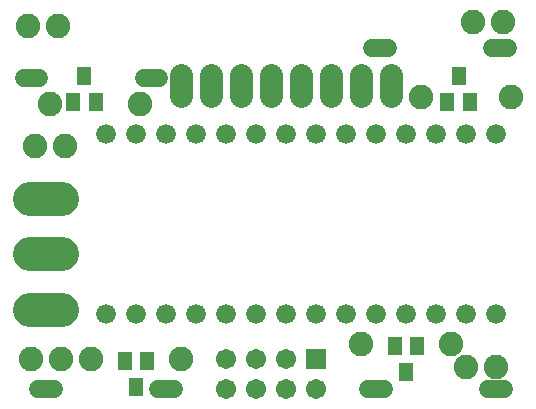
<source format=gbr>
G04 EAGLE Gerber RS-274X export*
G75*
%MOMM*%
%FSLAX34Y34*%
%LPD*%
%INSoldermask Top*%
%IPPOS*%
%AMOC8*
5,1,8,0,0,1.08239X$1,22.5*%
G01*
%ADD10C,1.524000*%
%ADD11C,2.082800*%
%ADD12R,1.711200X1.711200*%
%ADD13C,1.711200*%
%ADD14R,1.203200X1.603200*%
%ADD15C,2.908300*%
%ADD16C,1.981200*%
%ADD17C,1.676400*%


D10*
X-81788Y115824D02*
X-94996Y115824D01*
X-183388Y115824D02*
X-196596Y115824D01*
X196596Y-147828D02*
X209804Y-147828D01*
X108204Y-147828D02*
X94996Y-147828D01*
X-171196Y-147828D02*
X-184404Y-147828D01*
X-82804Y-147828D02*
X-69596Y-147828D01*
X98298Y140970D02*
X111506Y140970D01*
X199898Y140970D02*
X213106Y140970D01*
D11*
X-186944Y58420D03*
X-161544Y58420D03*
X-167640Y159766D03*
X-193040Y159766D03*
X203200Y-128778D03*
X177800Y-128778D03*
X-190500Y-122428D03*
X-165100Y-122428D03*
X184150Y162814D03*
X209550Y162814D03*
D12*
X50800Y-122428D03*
D13*
X-25400Y-147828D03*
X0Y-147828D03*
X25400Y-147828D03*
X50800Y-147828D03*
X25400Y-122428D03*
X0Y-122428D03*
X-25400Y-122428D03*
D14*
X127000Y-133428D03*
X117500Y-111428D03*
X136500Y-111428D03*
X-145288Y117172D03*
X-135788Y95172D03*
X-154788Y95172D03*
X-101600Y-146128D03*
X-111100Y-124128D03*
X-92100Y-124128D03*
X171704Y117172D03*
X181204Y95172D03*
X162204Y95172D03*
D11*
X215900Y99822D03*
X139700Y99822D03*
X-139700Y-122428D03*
X-63500Y-122428D03*
X-98044Y93472D03*
X-174244Y93472D03*
X88900Y-109728D03*
X165100Y-109728D03*
D15*
X-164275Y13462D02*
X-191326Y13462D01*
X-191326Y-33528D02*
X-164275Y-33528D01*
X-164275Y-80518D02*
X-191326Y-80518D01*
D16*
X12700Y100330D02*
X12700Y118110D01*
X38100Y118110D02*
X38100Y100330D01*
X-12700Y100330D02*
X-12700Y118110D01*
X-38100Y118110D02*
X-38100Y100330D01*
X-63500Y100330D02*
X-63500Y118110D01*
X63500Y118110D02*
X63500Y100330D01*
X88900Y100330D02*
X88900Y118110D01*
X114300Y118110D02*
X114300Y100330D01*
D17*
X203200Y68072D03*
X177800Y68072D03*
X152400Y68072D03*
X127000Y68072D03*
X101600Y68072D03*
X76200Y68072D03*
X50800Y68072D03*
X25400Y68072D03*
X0Y68072D03*
X-25400Y68072D03*
X-50800Y68072D03*
X-76200Y68072D03*
X-101600Y68072D03*
X-127000Y68072D03*
X-127000Y-84328D03*
X-101600Y-84328D03*
X-76200Y-84328D03*
X-50800Y-84328D03*
X-25400Y-84328D03*
X0Y-84328D03*
X25400Y-84328D03*
X50800Y-84328D03*
X76200Y-84328D03*
X101600Y-84328D03*
X127000Y-84328D03*
X152400Y-84328D03*
X177800Y-84328D03*
X203200Y-84328D03*
M02*

</source>
